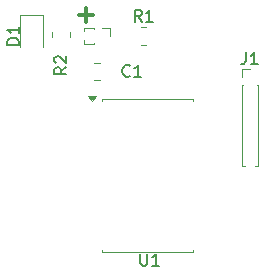
<source format=gbr>
%TF.GenerationSoftware,KiCad,Pcbnew,8.0.0*%
%TF.CreationDate,2024-03-24T15:12:36-05:00*%
%TF.ProjectId,PIC Developement Board v1.0,50494320-4465-4766-956c-6f70656d656e,rev?*%
%TF.SameCoordinates,Original*%
%TF.FileFunction,Legend,Top*%
%TF.FilePolarity,Positive*%
%FSLAX46Y46*%
G04 Gerber Fmt 4.6, Leading zero omitted, Abs format (unit mm)*
G04 Created by KiCad (PCBNEW 8.0.0) date 2024-03-24 15:12:36*
%MOMM*%
%LPD*%
G01*
G04 APERTURE LIST*
%ADD10C,0.300000*%
%ADD11C,0.150000*%
%ADD12C,0.120000*%
G04 APERTURE END LIST*
D10*
X145054510Y-88229400D02*
X146197368Y-88229400D01*
X145625939Y-88800828D02*
X145625939Y-87657971D01*
D11*
X139954819Y-90738094D02*
X138954819Y-90738094D01*
X138954819Y-90738094D02*
X138954819Y-90499999D01*
X138954819Y-90499999D02*
X139002438Y-90357142D01*
X139002438Y-90357142D02*
X139097676Y-90261904D01*
X139097676Y-90261904D02*
X139192914Y-90214285D01*
X139192914Y-90214285D02*
X139383390Y-90166666D01*
X139383390Y-90166666D02*
X139526247Y-90166666D01*
X139526247Y-90166666D02*
X139716723Y-90214285D01*
X139716723Y-90214285D02*
X139811961Y-90261904D01*
X139811961Y-90261904D02*
X139907200Y-90357142D01*
X139907200Y-90357142D02*
X139954819Y-90499999D01*
X139954819Y-90499999D02*
X139954819Y-90738094D01*
X139954819Y-89214285D02*
X139954819Y-89785713D01*
X139954819Y-89499999D02*
X138954819Y-89499999D01*
X138954819Y-89499999D02*
X139097676Y-89595237D01*
X139097676Y-89595237D02*
X139192914Y-89690475D01*
X139192914Y-89690475D02*
X139240533Y-89785713D01*
X143954819Y-92666666D02*
X143478628Y-92999999D01*
X143954819Y-93238094D02*
X142954819Y-93238094D01*
X142954819Y-93238094D02*
X142954819Y-92857142D01*
X142954819Y-92857142D02*
X143002438Y-92761904D01*
X143002438Y-92761904D02*
X143050057Y-92714285D01*
X143050057Y-92714285D02*
X143145295Y-92666666D01*
X143145295Y-92666666D02*
X143288152Y-92666666D01*
X143288152Y-92666666D02*
X143383390Y-92714285D01*
X143383390Y-92714285D02*
X143431009Y-92761904D01*
X143431009Y-92761904D02*
X143478628Y-92857142D01*
X143478628Y-92857142D02*
X143478628Y-93238094D01*
X143050057Y-92285713D02*
X143002438Y-92238094D01*
X143002438Y-92238094D02*
X142954819Y-92142856D01*
X142954819Y-92142856D02*
X142954819Y-91904761D01*
X142954819Y-91904761D02*
X143002438Y-91809523D01*
X143002438Y-91809523D02*
X143050057Y-91761904D01*
X143050057Y-91761904D02*
X143145295Y-91714285D01*
X143145295Y-91714285D02*
X143240533Y-91714285D01*
X143240533Y-91714285D02*
X143383390Y-91761904D01*
X143383390Y-91761904D02*
X143954819Y-92333332D01*
X143954819Y-92333332D02*
X143954819Y-91714285D01*
X149333333Y-93359580D02*
X149285714Y-93407200D01*
X149285714Y-93407200D02*
X149142857Y-93454819D01*
X149142857Y-93454819D02*
X149047619Y-93454819D01*
X149047619Y-93454819D02*
X148904762Y-93407200D01*
X148904762Y-93407200D02*
X148809524Y-93311961D01*
X148809524Y-93311961D02*
X148761905Y-93216723D01*
X148761905Y-93216723D02*
X148714286Y-93026247D01*
X148714286Y-93026247D02*
X148714286Y-92883390D01*
X148714286Y-92883390D02*
X148761905Y-92692914D01*
X148761905Y-92692914D02*
X148809524Y-92597676D01*
X148809524Y-92597676D02*
X148904762Y-92502438D01*
X148904762Y-92502438D02*
X149047619Y-92454819D01*
X149047619Y-92454819D02*
X149142857Y-92454819D01*
X149142857Y-92454819D02*
X149285714Y-92502438D01*
X149285714Y-92502438D02*
X149333333Y-92550057D01*
X150285714Y-93454819D02*
X149714286Y-93454819D01*
X150000000Y-93454819D02*
X150000000Y-92454819D01*
X150000000Y-92454819D02*
X149904762Y-92597676D01*
X149904762Y-92597676D02*
X149809524Y-92692914D01*
X149809524Y-92692914D02*
X149714286Y-92740533D01*
X159166666Y-91394819D02*
X159166666Y-92109104D01*
X159166666Y-92109104D02*
X159119047Y-92251961D01*
X159119047Y-92251961D02*
X159023809Y-92347200D01*
X159023809Y-92347200D02*
X158880952Y-92394819D01*
X158880952Y-92394819D02*
X158785714Y-92394819D01*
X160166666Y-92394819D02*
X159595238Y-92394819D01*
X159880952Y-92394819D02*
X159880952Y-91394819D01*
X159880952Y-91394819D02*
X159785714Y-91537676D01*
X159785714Y-91537676D02*
X159690476Y-91632914D01*
X159690476Y-91632914D02*
X159595238Y-91680533D01*
X150238095Y-108454819D02*
X150238095Y-109264342D01*
X150238095Y-109264342D02*
X150285714Y-109359580D01*
X150285714Y-109359580D02*
X150333333Y-109407200D01*
X150333333Y-109407200D02*
X150428571Y-109454819D01*
X150428571Y-109454819D02*
X150619047Y-109454819D01*
X150619047Y-109454819D02*
X150714285Y-109407200D01*
X150714285Y-109407200D02*
X150761904Y-109359580D01*
X150761904Y-109359580D02*
X150809523Y-109264342D01*
X150809523Y-109264342D02*
X150809523Y-108454819D01*
X151809523Y-109454819D02*
X151238095Y-109454819D01*
X151523809Y-109454819D02*
X151523809Y-108454819D01*
X151523809Y-108454819D02*
X151428571Y-108597676D01*
X151428571Y-108597676D02*
X151333333Y-108692914D01*
X151333333Y-108692914D02*
X151238095Y-108740533D01*
X150333333Y-88804819D02*
X150000000Y-88328628D01*
X149761905Y-88804819D02*
X149761905Y-87804819D01*
X149761905Y-87804819D02*
X150142857Y-87804819D01*
X150142857Y-87804819D02*
X150238095Y-87852438D01*
X150238095Y-87852438D02*
X150285714Y-87900057D01*
X150285714Y-87900057D02*
X150333333Y-87995295D01*
X150333333Y-87995295D02*
X150333333Y-88138152D01*
X150333333Y-88138152D02*
X150285714Y-88233390D01*
X150285714Y-88233390D02*
X150238095Y-88281009D01*
X150238095Y-88281009D02*
X150142857Y-88328628D01*
X150142857Y-88328628D02*
X149761905Y-88328628D01*
X151285714Y-88804819D02*
X150714286Y-88804819D01*
X151000000Y-88804819D02*
X151000000Y-87804819D01*
X151000000Y-87804819D02*
X150904762Y-87947676D01*
X150904762Y-87947676D02*
X150809524Y-88042914D01*
X150809524Y-88042914D02*
X150714286Y-88090533D01*
D12*
%TO.C,D1*%
X140040000Y-88252500D02*
X140040000Y-90937500D01*
X141960000Y-88252500D02*
X140040000Y-88252500D01*
X141960000Y-90937500D02*
X141960000Y-88252500D01*
%TO.C,R2*%
X142765000Y-89685436D02*
X142765000Y-90139564D01*
X144235000Y-89685436D02*
X144235000Y-90139564D01*
%TO.C,J4*%
X145440000Y-89305000D02*
X145440000Y-89605507D01*
X145440000Y-90394493D02*
X145440000Y-90695000D01*
X146315000Y-89305000D02*
X145440000Y-89305000D01*
X146315000Y-89305000D02*
X146315000Y-89391724D01*
X146315000Y-90608276D02*
X146315000Y-90695000D01*
X146315000Y-90695000D02*
X145440000Y-90695000D01*
X147000000Y-89305000D02*
X147685000Y-89305000D01*
X147685000Y-89305000D02*
X147685000Y-90000000D01*
%TO.C,C1*%
X146811252Y-92265000D02*
X146288748Y-92265000D01*
X146811252Y-93735000D02*
X146288748Y-93735000D01*
%TO.C,J1*%
X158805000Y-92815000D02*
X159500000Y-92815000D01*
X158805000Y-93500000D02*
X158805000Y-92815000D01*
X158805000Y-94185000D02*
X158805000Y-101060000D01*
X158805000Y-94185000D02*
X158891724Y-94185000D01*
X158805000Y-101060000D02*
X159105507Y-101060000D01*
X159894493Y-101060000D02*
X160195000Y-101060000D01*
X160108276Y-94185000D02*
X160195000Y-94185000D01*
X160195000Y-94185000D02*
X160195000Y-101060000D01*
%TO.C,U1*%
X146990000Y-95315000D02*
X146990000Y-95550000D01*
X146990000Y-108335000D02*
X146990000Y-108100000D01*
X150850000Y-95315000D02*
X146990000Y-95315000D01*
X150850000Y-95315000D02*
X154710000Y-95315000D01*
X150850000Y-108335000D02*
X146990000Y-108335000D01*
X150850000Y-108335000D02*
X154710000Y-108335000D01*
X154710000Y-95315000D02*
X154710000Y-95550000D01*
X154710000Y-108335000D02*
X154710000Y-108100000D01*
X146137500Y-95550000D02*
X145797500Y-95080000D01*
X146477500Y-95080000D01*
X146137500Y-95550000D01*
G36*
X146137500Y-95550000D02*
G01*
X145797500Y-95080000D01*
X146477500Y-95080000D01*
X146137500Y-95550000D01*
G37*
%TO.C,R1*%
X150272936Y-89265000D02*
X150727064Y-89265000D01*
X150272936Y-90735000D02*
X150727064Y-90735000D01*
%TD*%
M02*

</source>
